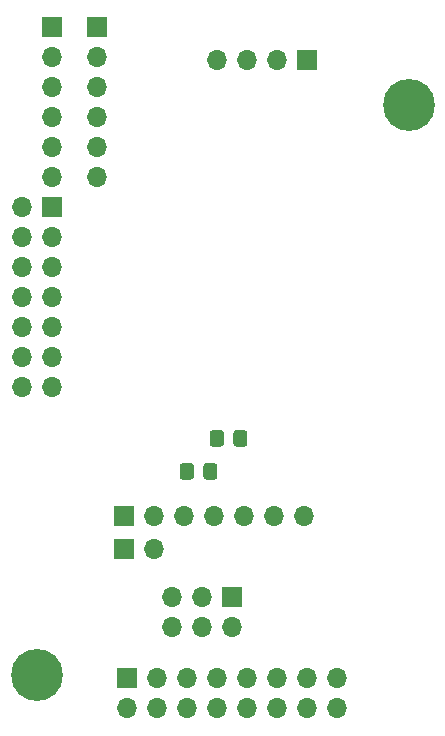
<source format=gbr>
%TF.GenerationSoftware,KiCad,Pcbnew,(5.1.7)-1*%
%TF.CreationDate,2023-05-20T09:23:02-06:00*%
%TF.ProjectId,AMPE32T30,414d5045-3332-4543-9330-2e6b69636164,rev?*%
%TF.SameCoordinates,PX76efc10PY4eb9cf0*%
%TF.FileFunction,Soldermask,Top*%
%TF.FilePolarity,Negative*%
%FSLAX46Y46*%
G04 Gerber Fmt 4.6, Leading zero omitted, Abs format (unit mm)*
G04 Created by KiCad (PCBNEW (5.1.7)-1) date 2023-05-20 09:23:02*
%MOMM*%
%LPD*%
G01*
G04 APERTURE LIST*
%ADD10O,1.700000X1.700000*%
%ADD11R,1.700000X1.700000*%
%ADD12C,4.400000*%
G04 APERTURE END LIST*
D10*
%TO.C,J3*%
X8128000Y49530000D03*
X8128000Y52070000D03*
X8128000Y54610000D03*
X8128000Y57150000D03*
X8128000Y59690000D03*
D11*
X8128000Y62230000D03*
%TD*%
D10*
%TO.C,J1*%
X4318000Y49530000D03*
X4318000Y52070000D03*
X4318000Y54610000D03*
X4318000Y57150000D03*
X4318000Y59690000D03*
D11*
X4318000Y62230000D03*
%TD*%
D10*
%TO.C,J5*%
X28448000Y4572000D03*
X28448000Y7112000D03*
X25908000Y4572000D03*
X25908000Y7112000D03*
X23368000Y4572000D03*
X23368000Y7112000D03*
X20828000Y4572000D03*
X20828000Y7112000D03*
X18288000Y4572000D03*
X18288000Y7112000D03*
X15748000Y4572000D03*
X15748000Y7112000D03*
X13208000Y4572000D03*
X13208000Y7112000D03*
X10668000Y4572000D03*
D11*
X10668000Y7112000D03*
%TD*%
D10*
%TO.C,MP*%
X18288000Y59436000D03*
X20828000Y59436000D03*
X23368000Y59436000D03*
D11*
X25908000Y59436000D03*
%TD*%
%TO.C,R1*%
G36*
G01*
X16364000Y25088001D02*
X16364000Y24187999D01*
G75*
G02*
X16114001Y23938000I-249999J0D01*
G01*
X15413999Y23938000D01*
G75*
G02*
X15164000Y24187999I0J249999D01*
G01*
X15164000Y25088001D01*
G75*
G02*
X15413999Y25338000I249999J0D01*
G01*
X16114001Y25338000D01*
G75*
G02*
X16364000Y25088001I0J-249999D01*
G01*
G37*
G36*
G01*
X18364000Y25088001D02*
X18364000Y24187999D01*
G75*
G02*
X18114001Y23938000I-249999J0D01*
G01*
X17413999Y23938000D01*
G75*
G02*
X17164000Y24187999I0J249999D01*
G01*
X17164000Y25088001D01*
G75*
G02*
X17413999Y25338000I249999J0D01*
G01*
X18114001Y25338000D01*
G75*
G02*
X18364000Y25088001I0J-249999D01*
G01*
G37*
%TD*%
%TO.C,R2*%
G36*
G01*
X18904000Y27882001D02*
X18904000Y26981999D01*
G75*
G02*
X18654001Y26732000I-249999J0D01*
G01*
X17953999Y26732000D01*
G75*
G02*
X17704000Y26981999I0J249999D01*
G01*
X17704000Y27882001D01*
G75*
G02*
X17953999Y28132000I249999J0D01*
G01*
X18654001Y28132000D01*
G75*
G02*
X18904000Y27882001I0J-249999D01*
G01*
G37*
G36*
G01*
X20904000Y27882001D02*
X20904000Y26981999D01*
G75*
G02*
X20654001Y26732000I-249999J0D01*
G01*
X19953999Y26732000D01*
G75*
G02*
X19704000Y26981999I0J249999D01*
G01*
X19704000Y27882001D01*
G75*
G02*
X19953999Y28132000I249999J0D01*
G01*
X20654001Y28132000D01*
G75*
G02*
X20904000Y27882001I0J-249999D01*
G01*
G37*
%TD*%
D12*
%TO.C,e*%
X3048000Y7366000D03*
%TD*%
%TO.C,f*%
X34544000Y55626000D03*
%TD*%
D10*
%TO.C,J6*%
X12954000Y18034000D03*
D11*
X10414000Y18034000D03*
%TD*%
D10*
%TO.C,J7*%
X1778000Y31750000D03*
X4318000Y31750000D03*
X1778000Y34290000D03*
X4318000Y34290000D03*
X1778000Y36830000D03*
X4318000Y36830000D03*
X1778000Y39370000D03*
X4318000Y39370000D03*
X1778000Y41910000D03*
X4318000Y41910000D03*
X1778000Y44450000D03*
X4318000Y44450000D03*
X1778000Y46990000D03*
D11*
X4318000Y46990000D03*
%TD*%
D10*
%TO.C,J2*%
X14478000Y11430000D03*
X14478000Y13970000D03*
X17018000Y11430000D03*
X17018000Y13970000D03*
X19558000Y11430000D03*
D11*
X19558000Y13970000D03*
%TD*%
D10*
%TO.C,J4*%
X25654000Y20828000D03*
X23114000Y20828000D03*
X20574000Y20828000D03*
X18034000Y20828000D03*
X15494000Y20828000D03*
X12954000Y20828000D03*
D11*
X10414000Y20828000D03*
%TD*%
M02*

</source>
